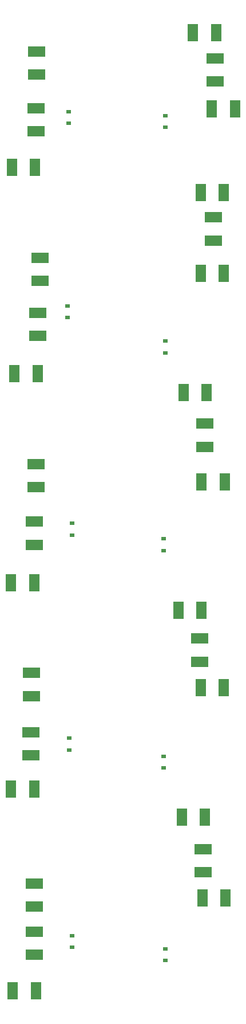
<source format=gbp>
%FSLAX23Y23*%
%MOIN*%
G70*
G01*
G75*
G04 Layer_Color=8454143*
%ADD10C,0.031*%
%ADD11C,0.197*%
%ADD12C,0.236*%
%ADD13C,0.165*%
%ADD14C,0.157*%
%ADD15C,0.059*%
%ADD16R,0.059X0.059*%
G04:AMPARAMS|DCode=17|XSize=236mil|YSize=236mil|CornerRadius=59mil|HoleSize=0mil|Usage=FLASHONLY|Rotation=0.000|XOffset=0mil|YOffset=0mil|HoleType=Round|Shape=RoundedRectangle|*
%AMROUNDEDRECTD17*
21,1,0.236,0.118,0,0,0.0*
21,1,0.118,0.236,0,0,0.0*
1,1,0.118,0.059,-0.059*
1,1,0.118,-0.059,-0.059*
1,1,0.118,-0.059,0.059*
1,1,0.118,0.059,0.059*
%
%ADD17ROUNDEDRECTD17*%
%ADD18C,0.157*%
G04:AMPARAMS|DCode=19|XSize=236mil|YSize=236mil|CornerRadius=59mil|HoleSize=0mil|Usage=FLASHONLY|Rotation=270.000|XOffset=0mil|YOffset=0mil|HoleType=Round|Shape=RoundedRectangle|*
%AMROUNDEDRECTD19*
21,1,0.236,0.118,0,0,270.0*
21,1,0.118,0.236,0,0,270.0*
1,1,0.118,-0.059,-0.059*
1,1,0.118,-0.059,0.059*
1,1,0.118,0.059,0.059*
1,1,0.118,0.059,-0.059*
%
%ADD19ROUNDEDRECTD19*%
%ADD20C,0.079*%
%ADD21C,0.050*%
%ADD22C,0.079*%
%ADD23C,0.039*%
%ADD24C,0.071*%
%ADD25C,0.059*%
%ADD26R,0.031X0.024*%
%ADD27R,0.060X0.100*%
%ADD28R,0.100X0.060*%
%ADD29C,0.118*%
%ADD30C,0.008*%
%ADD31C,0.010*%
%ADD32C,0.006*%
%ADD33C,0.067*%
%ADD34R,0.067X0.067*%
G04:AMPARAMS|DCode=35|XSize=244mil|YSize=244mil|CornerRadius=63mil|HoleSize=0mil|Usage=FLASHONLY|Rotation=0.000|XOffset=0mil|YOffset=0mil|HoleType=Round|Shape=RoundedRectangle|*
%AMROUNDEDRECTD35*
21,1,0.244,0.118,0,0,0.0*
21,1,0.118,0.244,0,0,0.0*
1,1,0.126,0.059,-0.059*
1,1,0.126,-0.059,-0.059*
1,1,0.126,-0.059,0.059*
1,1,0.126,0.059,0.059*
%
%ADD35ROUNDEDRECTD35*%
%ADD36C,0.165*%
G04:AMPARAMS|DCode=37|XSize=244mil|YSize=244mil|CornerRadius=63mil|HoleSize=0mil|Usage=FLASHONLY|Rotation=270.000|XOffset=0mil|YOffset=0mil|HoleType=Round|Shape=RoundedRectangle|*
%AMROUNDEDRECTD37*
21,1,0.244,0.118,0,0,270.0*
21,1,0.118,0.244,0,0,270.0*
1,1,0.126,-0.059,-0.059*
1,1,0.126,-0.059,0.059*
1,1,0.126,0.059,0.059*
1,1,0.126,0.059,-0.059*
%
%ADD37ROUNDEDRECTD37*%
%ADD38C,0.087*%
%ADD39C,0.008*%
%ADD40C,0.058*%
%ADD41R,0.039X0.032*%
%ADD42R,0.068X0.108*%
%ADD43R,0.108X0.068*%
D26*
X2242Y794D02*
D03*
Y861D02*
D03*
X1697Y937D02*
D03*
Y871D02*
D03*
X2232Y1914D02*
D03*
Y1981D02*
D03*
X1682Y2086D02*
D03*
Y2019D02*
D03*
X2232Y3179D02*
D03*
Y3246D02*
D03*
X1697Y3336D02*
D03*
Y3269D02*
D03*
X2242Y4329D02*
D03*
Y4396D02*
D03*
X1672Y4601D02*
D03*
Y4534D02*
D03*
X2242Y5641D02*
D03*
Y5707D02*
D03*
X1677Y5731D02*
D03*
Y5664D02*
D03*
D27*
X2582Y5261D02*
D03*
X2447D02*
D03*
X2537Y6191D02*
D03*
X2402D02*
D03*
X2472Y1626D02*
D03*
X2337D02*
D03*
X2452Y2831D02*
D03*
X2317D02*
D03*
X2482Y4096D02*
D03*
X2347D02*
D03*
X1347Y5406D02*
D03*
X1482D02*
D03*
X1362Y4206D02*
D03*
X1497D02*
D03*
X1342Y2991D02*
D03*
X1477D02*
D03*
X1342Y1791D02*
D03*
X1477D02*
D03*
X1352Y616D02*
D03*
X1487D02*
D03*
X2592Y1156D02*
D03*
X2457D02*
D03*
X2582Y2381D02*
D03*
X2447D02*
D03*
X2587Y3576D02*
D03*
X2452D02*
D03*
X2582Y4791D02*
D03*
X2447D02*
D03*
X2647Y5746D02*
D03*
X2512D02*
D03*
D28*
X1492Y5946D02*
D03*
Y6081D02*
D03*
X1487Y5616D02*
D03*
Y5751D02*
D03*
X1512Y4746D02*
D03*
Y4881D02*
D03*
X1497Y4426D02*
D03*
Y4561D02*
D03*
X1487Y3546D02*
D03*
Y3681D02*
D03*
X1477Y3211D02*
D03*
Y3346D02*
D03*
X1462Y2331D02*
D03*
Y2466D02*
D03*
X1457Y1986D02*
D03*
Y2121D02*
D03*
X1477Y1106D02*
D03*
Y1241D02*
D03*
Y826D02*
D03*
Y961D02*
D03*
X2462Y1306D02*
D03*
Y1441D02*
D03*
X2442Y2531D02*
D03*
Y2666D02*
D03*
X2472Y3781D02*
D03*
Y3916D02*
D03*
X2522Y4981D02*
D03*
Y5116D02*
D03*
X2532Y5906D02*
D03*
Y6041D02*
D03*
M02*

</source>
